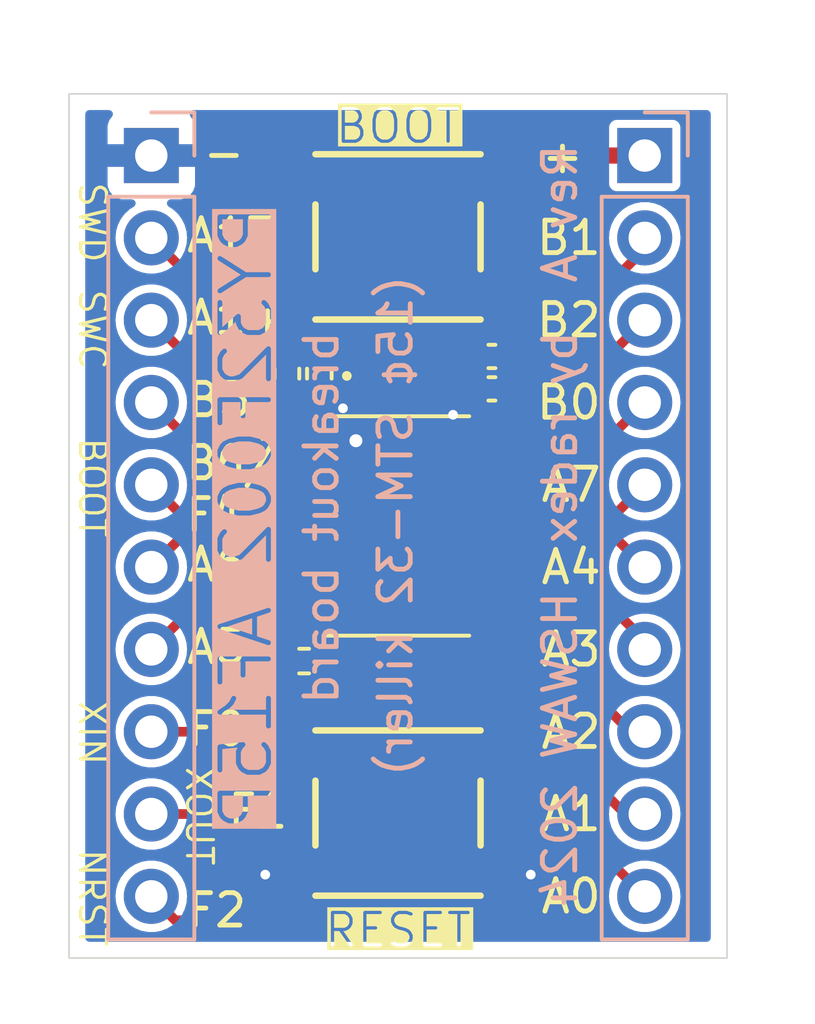
<source format=kicad_pcb>
(kicad_pcb (version 20240108) (generator "pcbnew") (generator_version "8.0")
  (layers (0 "F.Cu" signal) (31 "B.Cu" signal) (34 "B.Paste" user) (35 "F.Paste" user) (36 "B.SilkS" user "B.Silkscreen") (37 "F.SilkS" user "F.Silkscreen") (38 "B.Mask" user) (39 "F.Mask" user) (44 "Edge.Cuts" user))
  (net 0 "")
  (net 1 "GND")
  (net 2 "VCC")
  (net 3 "Net-(D101-Pad1)")
  (net 4 "/BOOT")
  (net 5 "Net-(J101-Pin_6)")
  (net 6 "Net-(J101-Pin_7)")
  (net 7 "Net-(J101-Pin_4)")
  (net 8 "Net-(J101-Pin_2)")
  (net 9 "Net-(J101-Pin_3)")
  (net 10 "/NRST")
  (net 11 "Net-(J101-Pin_9)")
  (net 12 "Net-(J101-Pin_8)")
  (net 13 "Net-(J102-Pin_7)")
  (net 14 "Net-(J102-Pin_9)")
  (net 15 "Net-(J102-Pin_4)")
  (net 16 "Net-(J102-Pin_10)")
  (net 17 "Net-(J102-Pin_5)")
  (net 18 "Net-(J102-Pin_8)")
  (net 19 "Net-(J102-Pin_6)")
  (net 20 "Net-(J102-Pin_2)")
  (net 21 "Net-(J102-Pin_3)")
  (footprint "py32f002a:TS-1187A-B-A-B" (layer "F.Cu") (at 114.3 78.71 180)
    (property "Reference" "SW101" (hide yes))
    (property "Value" "BOOT")
    (fp_line (start 2.55 -1) (end 2.55 1) (stroke (width 0.2)) (layer "F.SilkS"))
    (fp_line (start -2.55 2.55) (end 2.55 2.55) (stroke (width 0.2)) (layer "F.SilkS"))
    (fp_line (start -2.55 -1) (end -2.55 1) (stroke (width 0.2)) (layer "F.SilkS"))
    (fp_line (start -2.55 -2.55) (end 2.55 -2.55) (stroke (width 0.2)) (layer "F.SilkS"))
    (pad "1" smd rect (at -3 -1.875 180) (size 1 0.75) (layers "F.Cu" "F.Paste" "F.Mask") (net 4 "/BOOT"))
    (pad "1" smd rect (at 3 -1.875 180) (size 1 0.75) (layers "F.Cu" "F.Paste" "F.Mask") (net 4 "/BOOT"))
    (pad "2" smd rect (at -3 1.875 180) (size 1 0.75) (layers "F.Cu" "F.Paste" "F.Mask") (net 2 "VCC"))
    (pad "2" smd rect (at 3 1.875 180) (size 1 0.75) (layers "F.Cu" "F.Paste" "F.Mask") (net 2 "VCC"))
  )
  (footprint "Resistor_SMD:R_0402_1005Metric" (layer "F.Cu") (at 110.87 82.93 -90)
    (property "Reference" "R102" (hide yes))
    (property "Value" "10k")
    (fp_line (start -0.153641 0.38) (end 0.153641 0.38) (stroke (width 0.12)) (layer "F.SilkS"))
    (fp_line (start -0.153641 -0.38) (end 0.153641 -0.38) (stroke (width 0.12)) (layer "F.SilkS"))
    (pad "1" smd roundrect (at -0.51 0 270) (size 0.54 0.64) (layers "F.Cu" "F.Paste" "F.Mask") (net 4 "/BOOT"))
    (pad "2" smd roundrect (at 0.51 0 270) (size 0.54 0.64) (layers "F.Cu" "F.Paste" "F.Mask") (net 1 "GND"))
  )
  (footprint "Capacitor_SMD:C_0402_1005Metric" (layer "F.Cu") (at 117.2 83.4 180)
    (property "Reference" "C101" (hide yes))
    (property "Value" "10n")
    (fp_line (start -0.107836 0.36) (end 0.107836 0.36) (stroke (width 0.12)) (layer "F.SilkS"))
    (fp_line (start -0.107836 -0.36) (end 0.107836 -0.36) (stroke (width 0.12)) (layer "F.SilkS"))
    (pad "1" smd roundrect (at -0.48 0 180) (size 0.56 0.62) (layers "F.Cu" "F.Paste" "F.Mask") (net 2 "VCC"))
    (pad "2" smd roundrect (at 0.48 0 180) (size 0.56 0.62) (layers "F.Cu" "F.Paste" "F.Mask") (net 1 "GND"))
  )
  (footprint "LED_SMD:LED_0603_1608Metric_Dot" (layer "F.Cu") (at 114.2 83)
    (property "Reference" "D101" (hide yes))
    (property "Value" "POWER")
    (fp_circle (center -1.48 0) (end -1.33 0) (fill solid) (layer "F.SilkS"))
    (pad "1" smd roundrect (at -0.7875 0) (size 0.875 0.95) (layers "F.Cu" "F.Paste" "F.Mask") (net 3 "Net-(D101-Pad1)"))
    (pad "2" smd roundrect (at 0.7875 0) (size 0.875 0.95) (layers "F.Cu" "F.Paste" "F.Mask") (net 2 "VCC"))
  )
  (footprint "py32f002a:TS-1187A-B-A-B" (layer "F.Cu") (at 114.3 96.49)
    (property "Reference" "SW102" (hide yes))
    (property "Value" "RST")
    (fp_line (start -2.55 -2.55) (end 2.55 -2.55) (stroke (width 0.2)) (layer "F.SilkS"))
    (fp_line (start -2.55 -1) (end -2.55 1) (stroke (width 0.2)) (layer "F.SilkS"))
    (fp_line (start -2.55 2.55) (end 2.55 2.55) (stroke (width 0.2)) (layer "F.SilkS"))
    (fp_line (start 2.55 -1) (end 2.55 1) (stroke (width 0.2)) (layer "F.SilkS"))
    (pad "1" smd rect (at -3 -1.875) (size 1 0.75) (layers "F.Cu" "F.Paste" "F.Mask") (net 10 "/NRST"))
    (pad "1" smd rect (at 3 -1.875) (size 1 0.75) (layers "F.Cu" "F.Paste" "F.Mask") (net 10 "/NRST"))
    (pad "2" smd rect (at -3 1.875) (size 1 0.75) (layers "F.Cu" "F.Paste" "F.Mask") (net 1 "GND"))
    (pad "2" smd rect (at 3 1.875) (size 1 0.75) (layers "F.Cu" "F.Paste" "F.Mask") (net 1 "GND"))
  )
  (footprint "Package_SO:TSSOP-20_4.4x6.5mm_P0.65mm" (layer "F.Cu") (at 114.3 87.63)
    (property "Reference" "U101" (hide yes))
    (property "Value" "PY32F002AF15P")
    (fp_line (start 0 -3.385) (end -2.2 -3.385) (stroke (width 0.12)) (layer "F.SilkS"))
    (fp_line (start 0 -3.385) (end 2.2 -3.385) (stroke (width 0.12)) (layer "F.SilkS"))
    (fp_line (start 0 3.385) (end -2.2 3.385) (stroke (width 0.12)) (layer "F.SilkS"))
    (fp_line (start 0 3.385) (end 2.2 3.385) (stroke (width 0.12)) (layer "F.SilkS"))
    (fp_poly (pts (xy -3.86 -2.925) (xy -4.19 -3.165) (xy -4.19 -2.685) (xy -3.86 -2.925)) (stroke (width 0.12)) (fill solid) (layer "F.SilkS"))
    (pad "1" smd roundrect (at -2.8625 -2.925) (size 1.475 0.4) (layers "F.Cu" "F.Paste" "F.Mask") (net 1 "GND"))
    (pad "2" smd roundrect (at -2.8625 -2.275) (size 1.475 0.4) (layers "F.Cu" "F.Paste" "F.Mask") (net 8 "Net-(J101-Pin_2)"))
    (pad "3" smd roundrect (at -2.8625 -1.625) (size 1.475 0.4) (layers "F.Cu" "F.Paste" "F.Mask") (net 9 "Net-(J101-Pin_3)"))
    (pad "4" smd roundrect (at -2.8625 -0.975) (size 1.475 0.4) (layers "F.Cu" "F.Paste" "F.Mask") (net 7 "Net-(J101-Pin_4)"))
    (pad "5" smd roundrect (at -2.8625 -0.325) (size 1.475 0.4) (layers "F.Cu" "F.Paste" "F.Mask") (net 4 "/BOOT"))
    (pad "6" smd roundrect (at -2.8625 0.325) (size 1.475 0.4) (layers "F.Cu" "F.Paste" "F.Mask") (net 5 "Net-(J101-Pin_6)"))
    (pad "7" smd roundrect (at -2.8625 0.975) (size 1.475 0.4) (layers "F.Cu" "F.Paste" "F.Mask") (net 6 "Net-(J101-Pin_7)"))
    (pad "8" smd roundrect (at -2.8625 1.625) (size 1.475 0.4) (layers "F.Cu" "F.Paste" "F.Mask") (net 12 "Net-(J101-Pin_8)"))
    (pad "9" smd roundrect (at -2.8625 2.275) (size 1.475 0.4) (layers "F.Cu" "F.Paste" "F.Mask") (net 11 "Net-(J101-Pin_9)"))
    (pad "10" smd roundrect (at -2.8625 2.925) (size 1.475 0.4) (layers "F.Cu" "F.Paste" "F.Mask") (net 10 "/NRST"))
    (pad "11" smd roundrect (at 2.8625 2.925) (size 1.475 0.4) (layers "F.Cu" "F.Paste" "F.Mask") (net 16 "Net-(J102-Pin_10)"))
    (pad "12" smd roundrect (at 2.8625 2.275) (size 1.475 0.4) (layers "F.Cu" "F.Paste" "F.Mask") (net 14 "Net-(J102-Pin_9)"))
    (pad "13" smd roundrect (at 2.8625 1.625) (size 1.475 0.4) (layers "F.Cu" "F.Paste" "F.Mask") (net 18 "Net-(J102-Pin_8)"))
    (pad "14" smd roundrect (at 2.8625 0.975) (size 1.475 0.4) (layers "F.Cu" "F.Paste" "F.Mask") (net 13 "Net-(J102-Pin_7)"))
    (pad "15" smd roundrect (at 2.8625 0.325) (size 1.475 0.4) (layers "F.Cu" "F.Paste" "F.Mask") (net 19 "Net-(J102-Pin_6)"))
    (pad "16" smd roundrect (at 2.8625 -0.325) (size 1.475 0.4) (layers "F.Cu" "F.Paste" "F.Mask") (net 17 "Net-(J102-Pin_5)"))
    (pad "17" smd roundrect (at 2.8625 -0.975) (size 1.475 0.4) (layers "F.Cu" "F.Paste" "F.Mask") (net 15 "Net-(J102-Pin_4)"))
    (pad "18" smd roundrect (at 2.8625 -1.625) (size 1.475 0.4) (layers "F.Cu" "F.Paste" "F.Mask") (net 21 "Net-(J102-Pin_3)"))
    (pad "19" smd roundrect (at 2.8625 -2.275) (size 1.475 0.4) (layers "F.Cu" "F.Paste" "F.Mask") (net 20 "Net-(J102-Pin_2)"))
    (pad "20" smd roundrect (at 2.8625 -2.925) (size 1.475 0.4) (layers "F.Cu" "F.Paste" "F.Mask") (net 2 "VCC"))
  )
  (footprint "Resistor_SMD:R_0402_1005Metric" (layer "F.Cu") (at 111.87 82.93 90)
    (property "Reference" "R101" (hide yes))
    (property "Value" "1k")
    (fp_line (start -0.153641 -0.38) (end 0.153641 -0.38) (stroke (width 0.12)) (layer "F.SilkS"))
    (fp_line (start -0.153641 0.38) (end 0.153641 0.38) (stroke (width 0.12)) (layer "F.SilkS"))
    (pad "1" smd roundrect (at -0.51 0 90) (size 0.54 0.64) (layers "F.Cu" "F.Paste" "F.Mask") (net 1 "GND"))
    (pad "2" smd roundrect (at 0.51 0 90) (size 0.54 0.64) (layers "F.Cu" "F.Paste" "F.Mask") (net 3 "Net-(D101-Pad1)"))
  )
  (footprint "Resistor_SMD:R_0402_1005Metric" (layer "F.Cu") (at 111.4 91.8)
    (property "Reference" "R103" (hide yes))
    (property "Value" "10k")
    (fp_line (start -0.153641 -0.38) (end 0.153641 -0.38) (stroke (width 0.12)) (layer "F.SilkS"))
    (fp_line (start -0.153641 0.38) (end 0.153641 0.38) (stroke (width 0.12)) (layer "F.SilkS"))
    (pad "1" smd roundrect (at -0.51 0) (size 0.54 0.64) (layers "F.Cu" "F.Paste" "F.Mask") (net 10 "/NRST"))
    (pad "2" smd roundrect (at 0.51 0) (size 0.54 0.64) (layers "F.Cu" "F.Paste" "F.Mask") (net 2 "VCC"))
  )
  (footprint "Capacitor_SMD:C_0402_1005Metric" (layer "F.Cu") (at 117.2 82.4 180)
    (property "Reference" "C102" (hide yes))
    (property "Value" "100n")
    (fp_line (start -0.107836 0.36) (end 0.107836 0.36) (stroke (width 0.12)) (layer "F.SilkS"))
    (fp_line (start -0.107836 -0.36) (end 0.107836 -0.36) (stroke (width 0.12)) (layer "F.SilkS"))
    (pad "1" smd roundrect (at -0.48 0 180) (size 0.56 0.62) (layers "F.Cu" "F.Paste" "F.Mask") (net 2 "VCC"))
    (pad "2" smd roundrect (at 0.48 0 180) (size 0.56 0.62) (layers "F.Cu" "F.Paste" "F.Mask") (net 1 "GND"))
  )
  (footprint "Connector_PinHeader_2.54mm:PinHeader_1x10_P2.54mm_Vertical" (layer "B.Cu") (at 121.92 76.2 180)
    (property "Reference" "J102" (hide yes))
    (property "Value" "Conn_01x10")
    (fp_line (start 1.33 -1.27) (end -1.33 -1.27) (stroke (width 0.12)) (layer "B.SilkS"))
    (fp_line (start 1.33 -24.19) (end 1.33 -1.27) (stroke (width 0.12)) (layer "B.SilkS"))
    (fp_line (start 1.33 -24.19) (end -1.33 -24.19) (stroke (width 0.12)) (layer "B.SilkS"))
    (fp_line (start 0 1.33) (end -1.33 1.33) (stroke (width 0.12)) (layer "B.SilkS"))
    (fp_line (start -1.33 1.33) (end -1.33 0) (stroke (width 0.12)) (layer "B.SilkS"))
    (fp_line (start -1.33 -24.19) (end -1.33 -1.27) (stroke (width 0.12)) (layer "B.SilkS"))
    (pad "1" thru_hole rect (at 0 0 180) (size 1.7 1.7) (drill 1) (layers "*.Cu" "*.Mask") (net 2 "VCC"))
    (pad "2" thru_hole oval (at 0 -2.54 180) (size 1.7 1.7) (drill 1) (layers "*.Cu" "*.Mask") (net 20 "Net-(J102-Pin_2)"))
    (pad "3" thru_hole oval (at 0 -5.08 180) (size 1.7 1.7) (drill 1) (layers "*.Cu" "*.Mask") (net 21 "Net-(J102-Pin_3)"))
    (pad "4" thru_hole oval (at 0 -7.62 180) (size 1.7 1.7) (drill 1) (layers "*.Cu" "*.Mask") (net 15 "Net-(J102-Pin_4)"))
    (pad "5" thru_hole oval (at 0 -10.16 180) (size 1.7 1.7) (drill 1) (layers "*.Cu" "*.Mask") (net 17 "Net-(J102-Pin_5)"))
    (pad "6" thru_hole oval (at 0 -12.7 180) (size 1.7 1.7) (drill 1) (layers "*.Cu" "*.Mask") (net 19 "Net-(J102-Pin_6)"))
    (pad "7" thru_hole oval (at 0 -15.24 180) (size 1.7 1.7) (drill 1) (layers "*.Cu" "*.Mask") (net 13 "Net-(J102-Pin_7)"))
    (pad "8" thru_hole oval (at 0 -17.78 180) (size 1.7 1.7) (drill 1) (layers "*.Cu" "*.Mask") (net 18 "Net-(J102-Pin_8)"))
    (pad "9" thru_hole oval (at 0 -20.32 180) (size 1.7 1.7) (drill 1) (layers "*.Cu" "*.Mask") (net 14 "Net-(J102-Pin_9)"))
    (pad "10" thru_hole oval (at 0 -22.86 180) (size 1.7 1.7) (drill 1) (layers "*.Cu" "*.Mask") (net 16 "Net-(J102-Pin_10)"))
  )
  (footprint "Connector_PinHeader_2.54mm:PinHeader_1x10_P2.54mm_Vertical" (layer "B.Cu") (at 106.68 76.2 180)
    (property "Reference" "J101" (hide yes))
    (property "Value" "Conn_01x10")
    (fp_line (start 1.33 -1.27) (end -1.33 -1.27) (stroke (width 0.12)) (layer "B.SilkS"))
    (fp_line (start 1.33 -24.19) (end 1.33 -1.27) (stroke (width 0.12)) (layer "B.SilkS"))
    (fp_line (start 1.33 -24.19) (end -1.33 -24.19) (stroke (width 0.12)) (layer "B.SilkS"))
    (fp_line (start 0 1.33) (end -1.33 1.33) (stroke (width 0.12)) (layer "B.SilkS"))
    (fp_line (start -1.33 1.33) (end -1.33 0) (stroke (width 0.12)) (layer "B.SilkS"))
    (fp_line (start -1.33 -24.19) (end -1.33 -1.27) (stroke (width 0.12)) (layer "B.SilkS"))
    (pad "1" thru_hole rect (at 0 0 180) (size 1.7 1.7) (drill 1) (layers "*.Cu" "*.Mask") (net 1 "GND"))
    (pad "2" thru_hole oval (at 0 -2.54 180) (size 1.7 1.7) (drill 1) (layers "*.Cu" "*.Mask") (net 8 "Net-(J101-Pin_2)"))
    (pad "3" thru_hole oval (at 0 -5.08 180) (size 1.7 1.7) (drill 1) (layers "*.Cu" "*.Mask") (net 9 "Net-(J101-Pin_3)"))
    (pad "4" thru_hole oval (at 0 -7.62 180) (size 1.7 1.7) (drill 1) (layers "*.Cu" "*.Mask") (net 7 "Net-(J101-Pin_4)"))
    (pad "5" thru_hole oval (at 0 -10.16 180) (size 1.7 1.7) (drill 1) (layers "*.Cu" "*.Mask") (net 4 "/BOOT"))
    (pad "6" thru_hole oval (at 0 -12.7 180) (size 1.7 1.7) (drill 1) (layers "*.Cu" "*.Mask") (net 5 "Net-(J101-Pin_6)"))
    (pad "7" thru_hole oval (at 0 -15.24 180) (size 1.7 1.7) (drill 1) (layers "*.Cu" "*.Mask") (net 6 "Net-(J101-Pin_7)"))
    (pad "8" thru_hole oval (at 0 -17.78 180) (size 1.7 1.7) (drill 1) (layers "*.Cu" "*.Mask") (net 12 "Net-(J101-Pin_8)"))
    (pad "9" thru_hole oval (at 0 -20.32 180) (size 1.7 1.7) (drill 1) (layers "*.Cu" "*.Mask") (net 11 "Net-(J101-Pin_9)"))
    (pad "10" thru_hole oval (at 0 -22.86 180) (size 1.7 1.7) (drill 1) (layers "*.Cu" "*.Mask") (net 10 "/NRST"))
  )
  (gr_rect (start 104.14 74.295) (end 124.46 100.965) (stroke (width 0.05)) (fill none) (layer "Edge.Cuts"))
  (gr_text "Rev A  by radex  HSWAW 2024" (at 119.888 87.63 90) (layer "B.SilkS") (effects (font (size 1 1)) (justify bottom mirror)))
  (gr_text "breakout board" (at 112.522 87.376 90) (layer "B.SilkS") (effects (font (size 1 1)) (justify bottom mirror)))
  (gr_text "PY32F002 AF15P" (at 110.49 87.376 90) (layer "B.SilkS" knockout) (effects (font (size 1.5 1.5)) (justify bottom mirror)))
  (gr_text "(15¢ STM-32 killer)" (at 114.808 87.63 90) (layer "B.SilkS") (effects (font (size 1 1)) (justify bottom mirror)))
  (gr_text "A4" (at 120.65 88.9 0) (layer "F.SilkS") (effects (font (size 1 1)) (justify right)))
  (gr_text "RESET" (at 114.3 100.1 0) (layer "F.SilkS" knockout) (effects (font (size 1 1) (thickness 0.1))))
  (gr_text "XOUT" (at 107.696 94.996 -90) (layer "F.SilkS") (effects (font (size 0.8 0.8) (thickness 0.1)) (justify left bottom)))
  (gr_text "A5" (at 107.696 91.948 0) (layer "F.SilkS") (effects (font (size 1 1)) (justify left bottom)))
  (gr_text "F0" (at 107.696 94.488 0) (layer "F.SilkS") (effects (font (size 1 1)) (justify left bottom)))
  (gr_text "A3" (at 120.65 91.44 0) (layer "F.SilkS") (effects (font (size 1 1)) (justify right)))
  (gr_text "A13" (at 107.696 79.248 0) (layer "F.SilkS") (effects (font (size 1 1)) (justify left bottom)))
  (gr_text "-" (at 108.204 76.708 0) (layer "F.SilkS") (effects (font (size 1 1)) (justify left bottom)))
  (gr_text "B1" (at 120.65 78.74 0) (layer "F.SilkS") (effects (font (size 1 1)) (justify right)))
  (gr_text "B2" (at 120.65 81.28 0) (layer "F.SilkS") (effects (font (size 1 1)) (justify right)))
  (gr_text "A2" (at 120.65 93.98 0) (layer "F.SilkS") (effects (font (size 1 1)) (justify right)))
  (gr_text "BOOT" (at 114.3 75.3 0) (layer "F.SilkS" knockout) (effects (font (size 1 1) (thickness 0.1))))
  (gr_text "B6/\nF4" (at 107.696 87.884 0) (layer "F.SilkS") (effects (font (size 1 0.9)) (justify left bottom)))
  (gr_text "A0" (at 120.65 99.06 0) (layer "F.SilkS") (effects (font (size 1 1)) (justify right)))
  (gr_text "A1" (at 120.65 96.52 0) (layer "F.SilkS") (effects (font (size 1 1)) (justify right)))
  (gr_text "A7" (at 120.65 86.36 0) (layer "F.SilkS") (effects (font (size 1 1)) (justify right)))
  (gr_text "B3" (at 107.696 84.328 0) (layer "F.SilkS") (effects (font (size 1 1)) (justify left bottom)))
  (gr_text "+" (at 119.38 76.801748 0) (layer "F.SilkS") (effects (font (size 1 1)) (justify bottom)))
  (gr_text "F2" (at 107.696 100.076 0) (layer "F.SilkS") (effects (font (size 1 1)) (justify left bottom)))
  (gr_text "BOOT" (at 104.394 84.836 270) (layer "F.SilkS") (effects (font (size 0.8 0.8) (thickness 0.1)) (justify left bottom)))
  (gr_text "XIN" (at 104.394 92.964 -90) (layer "F.SilkS") (effects (font (size 0.8 0.8) (thickness 0.1)) (justify left bottom)))
  (gr_text "NRST" (at 104.394 97.536 -90) (layer "F.SilkS") (effects (font (size 0.8 0.8) (thickness 0.1)) (justify left bottom)))
  (gr_text "SWC" (at 104.394 80.264 270) (layer "F.SilkS") (effects (font (size 0.8 0.8) (thickness 0.1)) (justify left bottom)))
  (gr_text "A14" (at 107.696 81.788 0) (layer "F.SilkS") (effects (font (size 1 1)) (justify left bottom)))
  (gr_text "A6" (at 107.696 89.408 0) (layer "F.SilkS") (effects (font (size 1 1)) (justify left bottom)))
  (gr_text "SWD" (at 104.394 76.962 270) (layer "F.SilkS") (effects (font (size 0.8 0.8) (thickness 0.1)) (justify left bottom)))
  (gr_text "F1" (at 108.966 97.028 0) (layer "F.SilkS") (effects (font (size 1 1)) (justify left bottom)))
  (gr_text "B0" (at 120.65 83.82 0) (layer "F.SilkS") (effects (font (size 1 1)) (justify right)))
  (segment (start 110.87 83.44) (end 110.87 83.87) (width 0.2) (layer "F.Cu") (net 1))
  (segment (start 116.72 83.4) (end 116.2 83.4) (width 0.3) (layer "F.Cu") (net 1))
  (segment (start 111.3 98.365) (end 110.225 98.365) (width 0.2) (layer "F.Cu") (net 1))
  (segment (start 111.75 84) (end 111.87 83.88) (width 0.2) (layer "F.Cu") (net 1))
  (segment (start 111.87 83.88) (end 111.87 83.44) (width 0.2) (layer "F.Cu") (net 1))
  (segment (start 111.75 84) (end 112.6 84) (width 0.2) (layer "F.Cu") (net 1))
  (segment (start 111.4375 84.705) (end 112.705 84.705) (width 0.3) (layer "F.Cu") (net 1))
  (segment (start 112.75 84.75) (end 113 85) (width 0.5) (layer "F.Cu") (net 1))
  (segment (start 110.87 83.87) (end 111 84) (width 0.2) (layer "F.Cu") (net 1))
  (segment (start 116 82.6) (end 116 83.6) (width 0.3) (layer "F.Cu") (net 1))
  (segment (start 116.2 83.4) (end 116 83.6) (width 0.3) (layer "F.Cu") (net 1))
  (segment (start 116.2 82.4) (end 116 82.6) (width 0.3) (layer "F.Cu") (net 1))
  (segment (start 116 84.2) (end 116 83.6) (width 0.3) (layer "F.Cu") (net 1))
  (segment (start 112.705 84.705) (end 112.75 84.75) (width 0.3) (layer "F.Cu") (net 1))
  (segment (start 117.3 98.365) (end 118.375 98.365) (width 0.2) (layer "F.Cu") (net 1))
  (segment (start 116.72 82.4) (end 116.2 82.4) (width 0.3) (layer "F.Cu") (net 1))
  (segment (start 111 84) (end 111.75 84) (width 0.2) (layer "F.Cu") (net 1))
  (via (at 113 85) (size 0.8) (drill 0.4) (layers "F.Cu" "B.Cu") (net 1))
  (via (at 110.2 98.39) (size 0.6) (drill 0.3) (layers "F.Cu" "B.Cu") (net 1))
  (via (at 118.4 98.39) (size 0.6) (drill 0.3) (layers "F.Cu" "B.Cu") (net 1))
  (via (at 112.6 84) (size 0.6) (drill 0.3) (layers "F.Cu" "B.Cu") (net 1))
  (via (at 116 84.2) (size 0.6) (drill 0.3) (layers "F.Cu" "B.Cu") (net 1))
  (segment (start 117.68 81.82) (end 118.05 81.45) (width 0.5) (layer "F.Cu") (net 2))
  (segment (start 113.6 91.8) (end 115.2 90.2) (width 0.2) (layer "F.Cu") (net 2))
  (segment (start 115.2 85.865001) (end 116.360001 84.705) (width 0.2) (layer "F.Cu") (net 2))
  (segment (start 115.4 81.6) (end 117.46 81.6) (width 0.3) (layer "F.Cu") (net 2))
  (segment (start 118.5 77) (end 119.3 76.2) (width 0.5) (layer "F.Cu") (net 2))
  (segment (start 117.68 83.4) (end 117.68 82.4) (width 0.5) (layer "F.Cu") (net 2))
  (segment (start 117.1625 84.2375) (end 117.68 83.72) (width 0.3) (layer "F.Cu") (net 2))
  (segment (start 111.91 91.8) (end 113.6 91.8) (width 0.2) (layer "F.Cu") (net 2))
  (segment (start 116.360001 84.705) (end 117.1625 84.705) (width 0.2) (layer "F.Cu") (net 2))
  (segment (start 114.9875 82.0125) (end 115.4 81.6) (width 0.3) (layer "F.Cu") (net 2))
  (segment (start 114.9875 83) (end 114.9875 82.0125) (width 0.3) (layer "F.Cu") (net 2))
  (segment (start 118.335 76.835) (end 118.5 77) (width 0.3) (layer "F.Cu") (net 2))
  (segment (start 111.3 76.835) (end 117.3 76.835) (width 0.3) (layer "F.Cu") (net 2))
  (segment (start 118.05 81.45) (end 118.5 81) (width 0.5) (layer "F.Cu") (net 2))
  (segment (start 117.1625 84.705) (end 117.1625 84.2375) (width 0.3) (layer "F.Cu") (net 2))
  (segment (start 117.68 82.4) (end 117.68 81.82) (width 0.5) (layer "F.Cu") (net 2))
  (segment (start 119.3 76.2) (end 121.92 76.2) (width 0.5) (layer "F.Cu") (net 2))
  (segment (start 115.2 90.2) (end 115.2 85.865001) (width 0.2) (layer "F.Cu") (net 2))
  (segment (start 117.68 83.72) (end 117.68 83.4) (width 0.3) (layer "F.Cu") (net 2))
  (segment (start 117.3 76.835) (end 118.335 76.835) (width 0.3) (layer "F.Cu") (net 2))
  (segment (start 117.46 81.6) (end 117.68 81.82) (width 0.3) (layer "F.Cu") (net 2))
  (segment (start 118.5 81) (end 118.5 77) (width 0.5) (layer "F.Cu") (net 2))
  (segment (start 112.8325 82.42) (end 113.4125 83) (width 0.2) (layer "F.Cu") (net 3))
  (segment (start 111.87 82.42) (end 112.8325 82.42) (width 0.2) (layer "F.Cu") (net 3))
  (segment (start 111.3 81.5) (end 111.2 81.6) (width 0.2) (layer "F.Cu") (net 4))
  (segment (start 111.2 81.6) (end 110.87 81.93) (width 0.2) (layer "F.Cu") (net 4))
  (segment (start 113.495 87.305) (end 114.2 86.6) (width 0.2) (layer "F.Cu") (net 4))
  (segment (start 106.68 86.36) (end 107.625 87.305) (width 0.3) (layer "F.Cu") (net 4))
  (segment (start 111.4375 87.305) (end 113.495 87.305) (width 0.2) (layer "F.Cu") (net 4))
  (segment (start 110.87 81.93) (end 110.87 82.42) (width 0.2) (layer "F.Cu") (net 4))
  (segment (start 114 81.6) (end 111.2 81.6) (width 0.2) (layer "F.Cu") (net 4))
  (segment (start 107.625 87.305) (end 111.4375 87.305) (width 0.3) (layer "F.Cu") (net 4))
  (segment (start 114.2 86.6) (end 114.2 81.8) (width 0.2) (layer "F.Cu") (net 4))
  (segment (start 117.3 80.585) (end 111.3 80.585) (width 0.3) (layer "F.Cu") (net 4))
  (segment (start 111.3 80.585) (end 111.3 81.5) (width 0.2) (layer "F.Cu") (net 4))
  (segment (start 114.2 81.8) (end 114 81.6) (width 0.2) (layer "F.Cu") (net 4))
  (segment (start 106.68 88.9) (end 107.625 87.955) (width 0.3) (layer "F.Cu") (net 5))
  (segment (start 107.625 87.955) (end 111.4375 87.955) (width 0.3) (layer "F.Cu") (net 5))
  (segment (start 106.68 91.44) (end 109.515 88.605) (width 0.3) (layer "F.Cu") (net 6))
  (segment (start 109.515 88.605) (end 111.4375 88.605) (width 0.3) (layer "F.Cu") (net 6))
  (segment (start 106.68 83.82) (end 109.515 86.655) (width 0.3) (layer "F.Cu") (net 7))
  (segment (start 109.515 86.655) (end 111.4375 86.655) (width 0.3) (layer "F.Cu") (net 7))
  (segment (start 109.75 81.81) (end 106.68 78.74) (width 0.3) (layer "F.Cu") (net 8))
  (segment (start 109.75 84.5) (end 109.75 81.81) (width 0.3) (layer "F.Cu") (net 8))
  (segment (start 110.605 85.355) (end 109.75 84.5) (width 0.3) (layer "F.Cu") (net 8))
  (segment (start 111.4375 85.355) (end 110.605 85.355) (width 0.3) (layer "F.Cu") (net 8))
  (segment (start 110.005 86.005) (end 108.75 84.75) (width 0.3) (layer "F.Cu") (net 9))
  (segment (start 108.75 83.35) (end 106.68 81.28) (width 0.3) (layer "F.Cu") (net 9))
  (segment (start 108.75 84.75) (end 108.75 83.35) (width 0.3) (layer "F.Cu") (net 9))
  (segment (start 111.4375 86.005) (end 110.005 86.005) (width 0.3) (layer "F.Cu") (net 9))
  (segment (start 112 99.8) (end 113 98.8) (width 0.3) (layer "F.Cu") (net 10))
  (segment (start 110.89 92.89) (end 111.3 93.3) (width 0.3) (layer "F.Cu") (net 10))
  (segment (start 106.68 99.06) (end 107.42 99.8) (width 0.3) (layer "F.Cu") (net 10))
  (segment (start 111.3 93.3) (end 111.3 94.615) (width 0.3) (layer "F.Cu") (net 10))
  (segment (start 110.89 91.36) (end 110.89 91.8) (width 0.3) (layer "F.Cu") (net 10))
  (segment (start 114.25 94.615) (end 117.3 94.615) (width 0.3) (layer "F.Cu") (net 10))
  (segment (start 113 98.8) (end 113 94.615) (width 0.3) (layer "F.Cu") (net 10))
  (segment (start 111.4375 90.8125) (end 110.89 91.36) (width 0.3) (layer "F.Cu") (net 10))
  (segment (start 107.42 99.8) (end 112 99.8) (width 0.3) (layer "F.Cu") (net 10))
  (segment (start 113 94.615) (end 114.25 94.615) (width 0.3) (layer "F.Cu") (net 10))
  (segment (start 111.3 94.615) (end 113 94.615) (width 0.3) (layer "F.Cu") (net 10))
  (segment (start 111.4375 90.555) (end 111.4375 90.8125) (width 0.3) (layer "F.Cu") (net 10))
  (segment (start 110.89 91.8) (end 110.89 92.89) (width 0.3) (layer "F.Cu") (net 10))
  (segment (start 108.48 96.52) (end 109.75 95.25) (width 0.3) (layer "F.Cu") (net 11))
  (segment (start 109.75 95.25) (end 109.75 90.75) (width 0.3) (layer "F.Cu") (net 11))
  (segment (start 109.75 90.75) (end 110.595 89.905) (width 0.3) (layer "F.Cu") (net 11))
  (segment (start 106.68 96.52) (end 108.48 96.52) (width 0.3) (layer "F.Cu") (net 11))
  (segment (start 110.595 89.905) (end 111.4375 89.905) (width 0.3) (layer "F.Cu") (net 11))
  (segment (start 109 90.5) (end 110.245 89.255) (width 0.3) (layer "F.Cu") (net 12))
  (segment (start 110.245 89.255) (end 111.4375 89.255) (width 0.3) (layer "F.Cu") (net 12))
  (segment (start 106.68 93.98) (end 108.02 93.98) (width 0.3) (layer "F.Cu") (net 12))
  (segment (start 108.02 93.98) (end 109 93) (width 0.3) (layer "F.Cu") (net 12))
  (segment (start 109 93) (end 109 90.5) (width 0.3) (layer "F.Cu") (net 12))
  (segment (start 117.1625 88.605) (end 119.355 88.605) (width 0.3) (layer "F.Cu") (net 13))
  (segment (start 121.92 91.17) (end 121.92 91.44) (width 0.3) (layer "F.Cu") (net 13))
  (segment (start 119.355 88.605) (end 121.92 91.17) (width 0.3) (layer "F.Cu") (net 13))
  (segment (start 119.25 94.45) (end 121.32 96.52) (width 0.3) (layer "F.Cu") (net 14))
  (segment (start 119.25 90.721447) (end 119.25 94.45) (width 0.3) (layer "F.Cu") (net 14))
  (segment (start 121.32 96.52) (end 121.92 96.52) (width 0.3) (layer "F.Cu") (net 14))
  (segment (start 117.1625 89.905) (end 118.433553 89.905) (width 0.3) (layer "F.Cu") (net 14))
  (segment (start 118.433553 89.905) (end 119.25 90.721447) (width 0.3) (layer "F.Cu") (net 14))
  (segment (start 117.1625 86.655) (end 119.085 86.655) (width 0.3) (layer "F.Cu") (net 15))
  (segment (start 119.085 86.655) (end 121.92 83.82) (width 0.3) (layer "F.Cu") (net 15))
  (segment (start 118.155 90.555) (end 118.5 90.9) (width 0.3) (layer "F.Cu") (net 16))
  (segment (start 118.5 90.9) (end 118.5 95.64) (width 0.3) (layer "F.Cu") (net 16))
  (segment (start 118.5 95.64) (end 121.92 99.06) (width 0.3) (layer "F.Cu") (net 16))
  (segment (start 117.1625 90.555) (end 118.155 90.555) (width 0.3) (layer "F.Cu") (net 16))
  (segment (start 120.975 87.305) (end 121.92 86.36) (width 0.3) (layer "F.Cu") (net 17))
  (segment (start 117.1625 87.305) (end 120.975 87.305) (width 0.3) (layer "F.Cu") (net 17))
  (segment (start 118.274212 89.25) (end 118.75 89.25) (width 0.3) (layer "F.Cu") (net 18))
  (segment (start 117.1625 89.255) (end 118.269212 89.255) (width 0.3) (layer "F.Cu") (net 18))
  (segment (start 120 92.5) (end 121.48 93.98) (width 0.3) (layer "F.Cu") (net 18))
  (segment (start 121.48 93.98) (end 121.92 93.98) (width 0.3) (layer "F.Cu") (net 18))
  (segment (start 118.75 89.25) (end 120 90.5) (width 0.3) (layer "F.Cu") (net 18))
  (segment (start 118.269212 89.255) (end 118.274212 89.25) (width 0.3) (layer "F.Cu") (net 18))
  (segment (start 120 90.5) (end 120 92.5) (width 0.3) (layer "F.Cu") (net 18))
  (segment (start 120.975 87.955) (end 121.92 88.9) (width 0.3) (layer "F.Cu") (net 19))
  (segment (start 117.1625 87.955) (end 120.975 87.955) (width 0.3) (layer "F.Cu") (net 19))
  (segment (start 117.899999 85.355) (end 119 84.254999) (width 0.3) (layer "F.Cu") (net 20))
  (segment (start 121.92 79.08) (end 121.92 78.74) (width 0.3) (layer "F.Cu") (net 20))
  (segment (start 119 82) (end 121.92 79.08) (width 0.3) (layer "F.Cu") (net 20))
  (segment (start 117.1625 85.355) (end 117.899999 85.355) (width 0.3) (layer "F.Cu") (net 20))
  (segment (start 119 84.254999) (end 119 82) (width 0.3) (layer "F.Cu") (net 20))
  (segment (start 119.75 83.45) (end 121.92 81.28) (width 0.3) (layer "F.Cu") (net 21))
  (segment (start 118.495 86.005) (end 119.75 84.75) (width 0.3) (layer "F.Cu") (net 21))
  (segment (start 119.75 84.75) (end 119.75 83.45) (width 0.3) (layer "F.Cu") (net 21))
  (segment (start 117.1625 86.005) (end 118.495 86.005) (width 0.3) (layer "F.Cu") (net 21))
  (zone (net 1) (net_name "GND") (layer "B.Cu") (connect_pads (clearance 0.25)) (min_thickness 0.25) (fill yes (thermal_gap 0.5) (thermal_bridge_width 0.7))
    (polygon (pts (xy 103.6 72.8) (xy 103.4 103) (xy 127.2 103) (xy 125.2 71.4)))
  )
)
</source>
